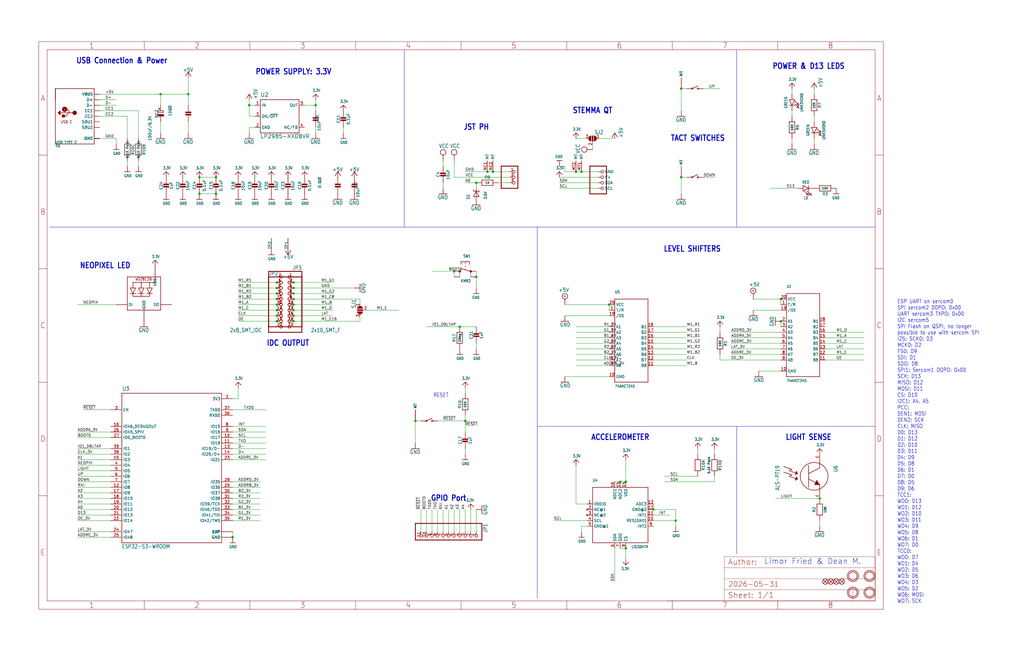
<source format=kicad_sch>
(kicad_sch (version 20230121) (generator eeschema)
  (paper "User" 469.621 298.602)
  (junction (at 99.06 81.28))
  (junction (at 190.5 193.04))
  (junction (at 91.44 88.9))
  (junction (at 299.72 233.68))
  (junction (at 91.44 81.28))
  (junction (at 312.42 40.64))
  (junction (at 127 144.78))
  (junction (at 134.62 129.54))
  (junction (at 127 147.32))
  (junction (at 134.62 132.08))
  (junction (at 213.36 193.04))
  (junction (at 309.88 238.76))
  (junction (at 134.62 139.7))
  (junction (at 312.42 81.28))
  (junction (at 266.7 78.74))
  (junction (at 127 137.16))
  (junction (at 99.06 88.9))
  (junction (at 358.14 147.32))
  (junction (at 106.68 246.38))
  (junction (at 127 132.08))
  (junction (at 375.92 228.6))
  (junction (at 284.48 220.98))
  (junction (at 134.62 147.32))
  (junction (at 127 129.54))
  (junction (at 127 139.7))
  (junction (at 134.62 142.24))
  (junction (at 287.02 220.98))
  (junction (at 144.78 48.26))
  (junction (at 223.52 78.74))
  (junction (at 279.4 139.7))
  (junction (at 358.14 137.16))
  (junction (at 114.3 48.26))
  (junction (at 86.36 43.18))
  (junction (at 127 142.24))
  (junction (at 127 134.62))
  (junction (at 218.44 127))
  (junction (at 134.62 144.78))
  (junction (at 287.02 251.46))
  (junction (at 73.66 43.18))
  (junction (at 264.16 78.74))
  (junction (at 134.62 137.16))
  (junction (at 218.44 83.82))
  (junction (at 208.28 124.46))
  (junction (at 134.62 134.62))
  (junction (at 210.82 149.86))
  (junction (at 226.06 78.74))
  (wire (pts (xy 152.4 144.78) (xy 134.62 144.78)) (stroke (width 0.1524)))
  (wire (pts (xy 50.8 236.22) (xy 35.56 236.22)) (stroke (width 0.1524)))
  (wire (pts (xy 215.9 243.84) (xy 215.9 233.68)) (stroke (width 0.1524)))
  (wire (pts (xy 157.48 60.96) (xy 157.48 58.42)) (stroke (width 0.1524)))
  (wire (pts (xy 45.72 50.8) (xy 63.5 50.8)) (stroke (width 0.1524)))
  (wire (pts (xy 312.42 40.64) (xy 312.42 50.8)) (stroke (width 0.1524)))
  (wire (pts (xy 358.14 147.32) (xy 358.14 149.86)) (stroke (width 0.1524)))
  (polyline (pts (xy 246.38 274.32) (xy 246.38 195.58)) (stroke (width 0.1524) (type solid)))
  (wire (pts (xy 375.92 238.76) (xy 375.92 241.3)) (stroke (width 0.1524)))
  (wire (pts (xy 233.68 78.74) (xy 226.06 78.74)) (stroke (width 0.1524)))
  (wire (pts (xy 287.02 251.46) (xy 287.02 256.54)) (stroke (width 0.1524)))
  (wire (pts (xy 322.58 40.64) (xy 330.2 40.64)) (stroke (width 0.1524)))
  (wire (pts (xy 218.44 149.86) (xy 210.82 149.86)) (stroke (width 0.1524)))
  (wire (pts (xy 259.08 172.72) (xy 279.4 172.72)) (stroke (width 0.1524)))
  (wire (pts (xy 144.78 45.72) (xy 144.78 48.26)) (stroke (width 0.1524)))
  (wire (pts (xy 279.4 142.24) (xy 279.4 139.7)) (stroke (width 0.1524)))
  (wire (pts (xy 218.44 243.84) (xy 218.44 233.68)) (stroke (width 0.1524)))
  (wire (pts (xy 218.44 160.02) (xy 218.44 157.48)) (stroke (width 0.1524)))
  (wire (pts (xy 119.38 233.68) (xy 106.68 233.68)) (stroke (width 0.1524)))
  (wire (pts (xy 210.82 149.86) (xy 195.58 149.86)) (stroke (width 0.1524)))
  (wire (pts (xy 50.8 220.98) (xy 35.56 220.98)) (stroke (width 0.1524)))
  (wire (pts (xy 358.14 152.4) (xy 335.28 152.4)) (stroke (width 0.1524)))
  (wire (pts (xy 106.68 195.58) (xy 121.92 195.58)) (stroke (width 0.1524)))
  (wire (pts (xy 208.28 81.28) (xy 233.68 81.28)) (stroke (width 0.1524)))
  (wire (pts (xy 200.66 233.68) (xy 200.66 243.84)) (stroke (width 0.1524)))
  (wire (pts (xy 106.68 236.22) (xy 119.38 236.22)) (stroke (width 0.1524)))
  (wire (pts (xy 396.24 154.94) (xy 378.46 154.94)) (stroke (width 0.1524)))
  (wire (pts (xy 358.14 165.1) (xy 330.2 165.1)) (stroke (width 0.1524)))
  (wire (pts (xy 106.68 238.76) (xy 119.38 238.76)) (stroke (width 0.1524)))
  (wire (pts (xy 203.2 76.2) (xy 203.2 73.66)) (stroke (width 0.1524)))
  (wire (pts (xy 134.62 137.16) (xy 165.1 137.16)) (stroke (width 0.1524)))
  (wire (pts (xy 86.36 43.18) (xy 86.36 35.56)) (stroke (width 0.1524)))
  (wire (pts (xy 345.44 142.24) (xy 358.14 142.24)) (stroke (width 0.1524)))
  (wire (pts (xy 274.32 78.74) (xy 266.7 78.74)) (stroke (width 0.1524)))
  (wire (pts (xy 106.68 198.12) (xy 121.92 198.12)) (stroke (width 0.1524)))
  (wire (pts (xy 264.16 78.74) (xy 259.08 78.74)) (stroke (width 0.1524)))
  (wire (pts (xy 127 134.62) (xy 109.22 134.62)) (stroke (width 0.1524)))
  (wire (pts (xy 73.66 43.18) (xy 86.36 43.18)) (stroke (width 0.1524)))
  (wire (pts (xy 114.3 58.42) (xy 114.3 60.96)) (stroke (width 0.1524)))
  (wire (pts (xy 226.06 78.74) (xy 223.52 78.74)) (stroke (width 0.1524)))
  (wire (pts (xy 208.28 81.28) (xy 208.28 73.66)) (stroke (width 0.1524)))
  (wire (pts (xy 284.48 220.98) (xy 287.02 220.98)) (stroke (width 0.1524)))
  (wire (pts (xy 269.24 238.76) (xy 254 238.76)) (stroke (width 0.1524)))
  (wire (pts (xy 314.96 40.64) (xy 312.42 40.64)) (stroke (width 0.1524)))
  (wire (pts (xy 299.72 238.76) (xy 309.88 238.76)) (stroke (width 0.1524)))
  (wire (pts (xy 134.62 147.32) (xy 165.1 147.32)) (stroke (width 0.1524)))
  (wire (pts (xy 45.72 43.18) (xy 73.66 43.18)) (stroke (width 0.1524)))
  (wire (pts (xy 165.1 144.78) (xy 165.1 147.32)) (stroke (width 0.1524)))
  (wire (pts (xy 50.8 226.06) (xy 35.56 226.06)) (stroke (width 0.1524)))
  (wire (pts (xy 106.68 203.2) (xy 121.92 203.2)) (stroke (width 0.1524)))
  (polyline (pts (xy 337.82 104.14) (xy 246.38 104.14)) (stroke (width 0.1524) (type solid)))
  (wire (pts (xy 63.5 76.2) (xy 63.5 73.66)) (stroke (width 0.1524)))
  (wire (pts (xy 106.68 226.06) (xy 119.38 226.06)) (stroke (width 0.1524)))
  (wire (pts (xy 358.14 139.7) (xy 358.14 137.16)) (stroke (width 0.1524)))
  (wire (pts (xy 106.68 228.6) (xy 119.38 228.6)) (stroke (width 0.1524)))
  (wire (pts (xy 53.34 63.5) (xy 53.34 66.04)) (stroke (width 0.1524)))
  (wire (pts (xy 274.32 83.82) (xy 256.54 83.82)) (stroke (width 0.1524)))
  (wire (pts (xy 50.8 210.82) (xy 35.56 210.82)) (stroke (width 0.1524)))
  (wire (pts (xy 259.08 139.7) (xy 279.4 139.7)) (stroke (width 0.1524)))
  (wire (pts (xy 50.8 223.52) (xy 35.56 223.52)) (stroke (width 0.1524)))
  (wire (pts (xy 203.2 86.36) (xy 203.2 83.82)) (stroke (width 0.1524)))
  (polyline (pts (xy 337.82 195.58) (xy 337.82 254)) (stroke (width 0.1524) (type solid)))
  (wire (pts (xy 279.4 167.64) (xy 264.16 167.64)) (stroke (width 0.1524)))
  (wire (pts (xy 152.4 139.7) (xy 134.62 139.7)) (stroke (width 0.1524)))
  (wire (pts (xy 35.56 213.36) (xy 50.8 213.36)) (stroke (width 0.1524)))
  (wire (pts (xy 106.68 210.82) (xy 121.92 210.82)) (stroke (width 0.1524)))
  (wire (pts (xy 322.58 81.28) (xy 327.66 81.28)) (stroke (width 0.1524)))
  (wire (pts (xy 299.72 231.14) (xy 299.72 233.68)) (stroke (width 0.1524)))
  (wire (pts (xy 378.46 152.4) (xy 396.24 152.4)) (stroke (width 0.1524)))
  (wire (pts (xy 347.98 170.18) (xy 358.14 170.18)) (stroke (width 0.1524)))
  (wire (pts (xy 266.7 78.74) (xy 264.16 78.74)) (stroke (width 0.1524)))
  (wire (pts (xy 314.96 81.28) (xy 312.42 81.28)) (stroke (width 0.1524)))
  (wire (pts (xy 50.8 187.96) (xy 38.1 187.96)) (stroke (width 0.1524)))
  (wire (pts (xy 309.88 238.76) (xy 309.88 241.3)) (stroke (width 0.1524)))
  (wire (pts (xy 45.72 53.34) (xy 58.42 53.34)) (stroke (width 0.1524)))
  (wire (pts (xy 50.8 215.9) (xy 35.56 215.9)) (stroke (width 0.1524)))
  (polyline (pts (xy 246.38 195.58) (xy 246.38 104.14)) (stroke (width 0.1524) (type solid)))
  (wire (pts (xy 279.4 157.48) (xy 264.16 157.48)) (stroke (width 0.1524)))
  (wire (pts (xy 269.24 63.5) (xy 264.16 63.5)) (stroke (width 0.1524)))
  (wire (pts (xy 218.44 86.36) (xy 218.44 83.82)) (stroke (width 0.1524)))
  (wire (pts (xy 264.16 152.4) (xy 279.4 152.4)) (stroke (width 0.1524)))
  (wire (pts (xy 373.38 55.88) (xy 373.38 53.34)) (stroke (width 0.1524)))
  (wire (pts (xy 223.52 78.74) (xy 213.36 78.74)) (stroke (width 0.1524)))
  (wire (pts (xy 127 139.7) (xy 109.22 139.7)) (stroke (width 0.1524)))
  (wire (pts (xy 58.42 73.66) (xy 58.42 76.2)) (stroke (width 0.1524)))
  (wire (pts (xy 106.68 187.96) (xy 121.92 187.96)) (stroke (width 0.1524)))
  (wire (pts (xy 144.78 58.42) (xy 144.78 60.96)) (stroke (width 0.1524)))
  (wire (pts (xy 116.84 58.42) (xy 114.3 58.42)) (stroke (width 0.1524)))
  (wire (pts (xy 279.4 160.02) (xy 264.16 160.02)) (stroke (width 0.1524)))
  (wire (pts (xy 134.62 132.08) (xy 162.56 132.08)) (stroke (width 0.1524)))
  (wire (pts (xy 144.78 48.26) (xy 144.78 50.8)) (stroke (width 0.1524)))
  (wire (pts (xy 114.3 48.26) (xy 116.84 48.26)) (stroke (width 0.1524)))
  (wire (pts (xy 106.68 200.66) (xy 121.92 200.66)) (stroke (width 0.1524)))
  (wire (pts (xy 378.46 162.56) (xy 396.24 162.56)) (stroke (width 0.1524)))
  (wire (pts (xy 50.8 198.12) (xy 35.56 198.12)) (stroke (width 0.1524)))
  (wire (pts (xy 218.44 83.82) (xy 213.36 83.82)) (stroke (width 0.1524)))
  (wire (pts (xy 345.44 137.16) (xy 358.14 137.16)) (stroke (width 0.1524)))
  (wire (pts (xy 109.22 132.08) (xy 127 132.08)) (stroke (width 0.1524)))
  (polyline (pts (xy 246.38 104.14) (xy 185.42 104.14)) (stroke (width 0.1524) (type solid)))
  (wire (pts (xy 396.24 160.02) (xy 378.46 160.02)) (stroke (width 0.1524)))
  (wire (pts (xy 205.74 243.84) (xy 205.74 233.68)) (stroke (width 0.1524)))
  (wire (pts (xy 213.36 177.8) (xy 213.36 180.34)) (stroke (width 0.1524)))
  (wire (pts (xy 330.2 165.1) (xy 330.2 162.56)) (stroke (width 0.1524)))
  (wire (pts (xy 50.8 208.28) (xy 35.56 208.28)) (stroke (width 0.1524)))
  (wire (pts (xy 269.24 231.14) (xy 264.16 231.14)) (stroke (width 0.1524)))
  (wire (pts (xy 45.72 45.72) (xy 53.34 45.72)) (stroke (width 0.1524)))
  (wire (pts (xy 373.38 43.18) (xy 373.38 40.64)) (stroke (width 0.1524)))
  (wire (pts (xy 190.5 193.04) (xy 190.5 203.2)) (stroke (width 0.1524)))
  (wire (pts (xy 274.32 63.5) (xy 281.94 63.5)) (stroke (width 0.1524)))
  (wire (pts (xy 213.36 243.84) (xy 213.36 233.68)) (stroke (width 0.1524)))
  (wire (pts (xy 335.28 157.48) (xy 358.14 157.48)) (stroke (width 0.1524)))
  (wire (pts (xy 213.36 193.04) (xy 213.36 190.5)) (stroke (width 0.1524)))
  (wire (pts (xy 259.08 78.74) (xy 259.08 76.2)) (stroke (width 0.1524)))
  (wire (pts (xy 299.72 165.1) (xy 314.96 165.1)) (stroke (width 0.1524)))
  (polyline (pts (xy 337.82 195.58) (xy 246.38 195.58)) (stroke (width 0.1524) (type solid)))
  (wire (pts (xy 99.06 81.28) (xy 91.44 81.28)) (stroke (width 0.1524)))
  (wire (pts (xy 327.66 205.74) (xy 327.66 208.28)) (stroke (width 0.1524)))
  (wire (pts (xy 320.04 208.28) (xy 320.04 205.74)) (stroke (width 0.1524)))
  (polyline (pts (xy 22.86 104.14) (xy 185.42 104.14)) (stroke (width 0.1524) (type solid)))
  (wire (pts (xy 116.84 53.34) (xy 114.3 53.34)) (stroke (width 0.1524)))
  (wire (pts (xy 266.7 241.3) (xy 266.7 243.84)) (stroke (width 0.1524)))
  (wire (pts (xy 106.68 208.28) (xy 121.92 208.28)) (stroke (width 0.1524)))
  (wire (pts (xy 314.96 154.94) (xy 299.72 154.94)) (stroke (width 0.1524)))
  (wire (pts (xy 193.04 243.84) (xy 193.04 233.68)) (stroke (width 0.1524)))
  (wire (pts (xy 363.22 63.5) (xy 363.22 66.04)) (stroke (width 0.1524)))
  (wire (pts (xy 358.14 154.94) (xy 335.28 154.94)) (stroke (width 0.1524)))
  (wire (pts (xy 50.8 218.44) (xy 35.56 218.44)) (stroke (width 0.1524)))
  (wire (pts (xy 86.36 55.88) (xy 86.36 60.96)) (stroke (width 0.1524)))
  (wire (pts (xy 58.42 53.34) (xy 58.42 63.5)) (stroke (width 0.1524)))
  (wire (pts (xy 50.8 205.74) (xy 35.56 205.74)) (stroke (width 0.1524)))
  (wire (pts (xy 106.68 223.52) (xy 119.38 223.52)) (stroke (width 0.1524)))
  (wire (pts (xy 208.28 243.84) (xy 208.28 233.68)) (stroke (width 0.1524)))
  (wire (pts (xy 109.22 147.32) (xy 127 147.32)) (stroke (width 0.1524)))
  (wire (pts (xy 208.28 124.46) (xy 198.12 124.46)) (stroke (width 0.1524)))
  (wire (pts (xy 218.44 127) (xy 218.44 132.08)) (stroke (width 0.1524)))
  (wire (pts (xy 114.3 53.34) (xy 114.3 48.26)) (stroke (width 0.1524)))
  (polyline (pts (xy 337.82 104.14) (xy 401.32 104.14)) (stroke (width 0.1524) (type solid)))
  (wire (pts (xy 271.78 68.58) (xy 271.78 66.04)) (stroke (width 0.1524)))
  (wire (pts (xy 53.34 139.7) (xy 35.56 139.7)) (stroke (width 0.1524)))
  (wire (pts (xy 165.1 137.16) (xy 165.1 139.7)) (stroke (width 0.1524)))
  (wire (pts (xy 233.68 83.82) (xy 228.6 83.82)) (stroke (width 0.1524)))
  (wire (pts (xy 299.72 236.22) (xy 307.34 236.22)) (stroke (width 0.1524)))
  (wire (pts (xy 264.16 231.14) (xy 264.16 213.36)) (stroke (width 0.1524)))
  (wire (pts (xy 50.8 246.38) (xy 35.56 246.38)) (stroke (width 0.1524)))
  (wire (pts (xy 50.8 243.84) (xy 35.56 243.84)) (stroke (width 0.1524)))
  (wire (pts (xy 279.4 149.86) (xy 264.16 149.86)) (stroke (width 0.1524)))
  (wire (pts (xy 299.72 233.68) (xy 309.88 233.68)) (stroke (width 0.1524)))
  (wire (pts (xy 378.46 157.48) (xy 396.24 157.48)) (stroke (width 0.1524)))
  (wire (pts (xy 134.62 142.24) (xy 152.4 142.24)) (stroke (width 0.1524)))
  (wire (pts (xy 353.06 86.36) (xy 365.76 86.36)) (stroke (width 0.1524)))
  (wire (pts (xy 378.46 165.1) (xy 396.24 165.1)) (stroke (width 0.1524)))
  (wire (pts (xy 256.54 81.28) (xy 274.32 81.28)) (stroke (width 0.1524)))
  (wire (pts (xy 314.96 152.4) (xy 299.72 152.4)) (stroke (width 0.1524)))
  (wire (pts (xy 109.22 137.16) (xy 127 137.16)) (stroke (width 0.1524)))
  (wire (pts (xy 264.16 162.56) (xy 279.4 162.56)) (stroke (width 0.1524)))
  (wire (pts (xy 139.7 48.26) (xy 144.78 48.26)) (stroke (width 0.1524)))
  (wire (pts (xy 198.12 243.84) (xy 198.12 233.68)) (stroke (width 0.1524)))
  (polyline (pts (xy 401.32 195.58) (xy 337.82 195.58)) (stroke (width 0.1524) (type solid)))
  (wire (pts (xy 309.88 233.68) (xy 309.88 238.76)) (stroke (width 0.1524)))
  (wire (pts (xy 119.38 231.14) (xy 106.68 231.14)) (stroke (width 0.1524)))
  (wire (pts (xy 86.36 43.18) (xy 86.36 48.26)) (stroke (width 0.1524)))
  (wire (pts (xy 314.96 167.64) (xy 299.72 167.64)) (stroke (width 0.1524)))
  (wire (pts (xy 287.02 220.98) (xy 287.02 210.82)) (stroke (width 0.1524)))
  (wire (pts (xy 299.72 149.86) (xy 314.96 149.86)) (stroke (width 0.1524)))
  (wire (pts (xy 73.66 55.88) (xy 73.66 60.96)) (stroke (width 0.1524)))
  (wire (pts (xy 213.36 208.28) (xy 213.36 205.74)) (stroke (width 0.1524)))
  (wire (pts (xy 314.96 162.56) (xy 299.72 162.56)) (stroke (width 0.1524)))
  (wire (pts (xy 53.34 63.5) (xy 45.72 63.5)) (stroke (width 0.1524)))
  (wire (pts (xy 373.38 66.04) (xy 373.38 63.5)) (stroke (width 0.1524)))
  (wire (pts (xy 63.5 50.8) (xy 63.5 63.5)) (stroke (width 0.1524)))
  (wire (pts (xy 106.68 205.74) (xy 121.92 205.74)) (stroke (width 0.1524)))
  (wire (pts (xy 330.2 152.4) (xy 330.2 149.86)) (stroke (width 0.1524)))
  (wire (pts (xy 304.8 220.98) (xy 327.66 220.98)) (stroke (width 0.1524)))
  (wire (pts (xy 50.8 231.14) (xy 35.56 231.14)) (stroke (width 0.1524)))
  (wire (pts (xy 50.8 200.66) (xy 35.56 200.66)) (stroke (width 0.1524)))
  (wire (pts (xy 91.44 88.9) (xy 99.06 88.9)) (stroke (width 0.1524)))
  (wire (pts (xy 195.58 233.68) (xy 195.58 243.84)) (stroke (width 0.1524)))
  (polyline (pts (xy 337.82 22.86) (xy 337.82 104.14)) (stroke (width 0.1524) (type solid)))
  (wire (pts (xy 259.08 76.2) (xy 256.54 76.2)) (stroke (width 0.1524)))
  (wire (pts (xy 256.54 86.36) (xy 274.32 86.36)) (stroke (width 0.1524)))
  (wire (pts (xy 284.48 251.46) (xy 287.02 251.46)) (stroke (width 0.1524)))
  (wire (pts (xy 312.42 81.28) (xy 312.42 88.9)) (stroke (width 0.1524)))
  (wire (pts (xy 73.66 43.18) (xy 73.66 48.26)) (stroke (width 0.1524)))
  (wire (pts (xy 363.22 40.64) (xy 363.22 43.18)) (stroke (width 0.1524)))
  (wire (pts (xy 281.94 251.46) (xy 281.94 266.7)) (stroke (width 0.1524)))
  (wire (pts (xy 114.3 45.72) (xy 114.3 48.26)) (stroke (width 0.1524)))
  (wire (pts (xy 304.8 218.44) (xy 320.04 218.44)) (stroke (width 0.1524)))
  (wire (pts (xy 269.24 241.3) (xy 266.7 241.3)) (stroke (width 0.1524)))
  (wire (pts (xy 152.4 129.54) (xy 134.62 129.54)) (stroke (width 0.1524)))
  (wire (pts (xy 106.68 182.88) (xy 109.22 182.88)) (stroke (width 0.1524)))
  (wire (pts (xy 35.56 233.68) (xy 50.8 233.68)) (stroke (width 0.1524)))
  (wire (pts (xy 50.8 238.76) (xy 35.56 238.76)) (stroke (width 0.1524)))
  (wire (pts (xy 127 129.54) (xy 109.22 129.54)) (stroke (width 0.1524)))
  (wire (pts (xy 109.22 142.24) (xy 127 142.24)) (stroke (width 0.1524)))
  (wire (pts (xy 45.72 48.26) (xy 53.34 48.26)) (stroke (width 0.1524)))
  (wire (pts (xy 109.22 182.88) (xy 109.22 177.8)) (stroke (width 0.1524)))
  (wire (pts (xy 218.44 124.46) (xy 218.44 127)) (stroke (width 0.1524)))
  (wire (pts (xy 279.4 154.94) (xy 264.16 154.94)) (stroke (width 0.1524)))
  (wire (pts (xy 358.14 162.56) (xy 335.28 162.56)) (stroke (width 0.1524)))
  (wire (pts (xy 279.4 165.1) (xy 264.16 165.1)) (stroke (width 0.1524)))
  (wire (pts (xy 299.72 160.02) (xy 314.96 160.02)) (stroke (width 0.1524)))
  (wire (pts (xy 314.96 157.48) (xy 299.72 157.48)) (stroke (width 0.1524)))
  (polyline (pts (xy 185.42 104.14) (xy 185.42 22.86)) (stroke (width 0.1524) (type solid)))
  (wire (pts (xy 106.68 220.98) (xy 119.38 220.98)) (stroke (width 0.1524)))
  (wire (pts (xy 200.66 193.04) (xy 213.36 193.04)) (stroke (width 0.1524)))
  (wire (pts (xy 327.66 220.98) (xy 327.66 218.44)) (stroke (width 0.1524)))
  (wire (pts (xy 127 144.78) (xy 109.22 144.78)) (stroke (width 0.1524)))
  (wire (pts (xy 106.68 243.84) (xy 106.68 246.38)) (stroke (width 0.1524)))
  (wire (pts (xy 259.08 144.78) (xy 279.4 144.78)) (stroke (width 0.1524)))
  (wire (pts (xy 152.4 134.62) (xy 134.62 134.62)) (stroke (width 0.1524)))
  (wire (pts (xy 210.82 243.84) (xy 210.82 233.68)) (stroke (width 0.1524)))
  (wire (pts (xy 167.64 142.24) (xy 182.88 142.24)) (stroke (width 0.1524)))
  (wire (pts (xy 335.28 160.02) (xy 358.14 160.02)) (stroke (width 0.1524)))
  (wire (pts (xy 213.36 198.12) (xy 213.36 193.04)) (stroke (width 0.1524)))
  (wire (pts (xy 190.5 193.04) (xy 193.04 193.04)) (stroke (width 0.1524)))
  (wire (pts (xy 203.2 243.84) (xy 203.2 233.68)) (stroke (width 0.1524)))
  (wire (pts (xy 363.22 53.34) (xy 363.22 50.8)) (stroke (width 0.1524)))
  (wire (pts (xy 375.92 228.6) (xy 355.6 228.6)) (stroke (width 0.1524)))
  (wire (pts (xy 208.28 124.46) (xy 208.28 127)) (stroke (width 0.1524)))
  (wire (pts (xy 281.94 220.98) (xy 284.48 220.98)) (stroke (width 0.1524)))
  (wire (pts (xy 35.56 228.6) (xy 50.8 228.6)) (stroke (width 0.1524)))
  (text "POWER SUPPLY: 3.3V" (at 134.62 33.02 0) (effects (font (size 2.54 2.159) (thickness 0.4318) bold)))
  (text "ACCELEROMETER" (at 284.48 200.66 0) (effects (font (size 2.54 2.159) (thickness 0.4318) bold)))
  (text "JST PH" (at 218.44 58.42 0) (effects (font (size 2.54 2.159) (thickness 0.4318) bold)))
  (text "POWER & D13 LEDS" (at 370.84 30.48 0) (effects (font (size 2.54 2.159) (thickness 0.4318) bold)))
  (text "LIGHT SENSE" (at 370.84 200.66 0) (effects (font (size 2.54 2.159) (thickness 0.4318) bold)))
  (text "RESET" (at 205.74 180.34 0) (effects (font (size 1.778 1.5113)) (justify right top)))
  (text "LEVEL SHIFTERS" (at 317.5 114.3 0) (effects (font (size 2.54 2.159) (thickness 0.4318) bold)))
  (text "USB Connection & Power" (at 55.88 27.94 0) (effects (font (size 2.54 2.159) (thickness 0.4318) bold)))
  (text "GPIO Port" (at 205.74 228.6 0) (effects (font (size 2.54 2.159) (thickness 0.4318) bold)))
  (text "ESP UART on sercom0\nSPI sercom2 DOPO: 0x00\nUART sercom3 TXPO: 0x00\nI2C sercom5\nSPI Flash on QSPI, no longer\npossible to use with sercom SPI\nI2S: SCK0: D3\nMCK0: D2\nFS0: D9\nSDI: D1\nSDO: D8\nSPI1: Sercom1 DOPO: 0x00\nSCK: D13\nMISO: D12\nMOSI: D11\nCS: D10\nI2C1: A4, A5\nPCC:\nDEN1: MOSI\nDEN2: SCK\nCLK: MISO\nD0: D13\nD1: D12\nD2: D10\nD3: D11\nD4: D9\nD5: D8\nD6: D1\nD7: D0\nD8: D5\nD9: D6\nTCC1:\nWO0: D13\nWO1: D12\nWO2: D10\nWO3: D11\nWO4: D9\nWO5: D8\nWO6: D1\nWO7: D0\nTCC0:\nWO0: D7\nWO1: D4\nWO2: D5\nWO3: D6\nWO4: D3\nWO5: D2\nWO6: MOSI\nWO7: SCK\n" (at 411.48 276.86 0) (effects (font (size 1.778 1.5113)) (justify left bottom)))
  (text "Limor Fried & Dean M." (at 350.52 259.08 0) (effects (font (size 2.54 2.54)) (justify left bottom)))
  (text "STEMMA QT" (at 271.78 50.8 0) (effects (font (size 2.54 2.159) (thickness 0.4318) bold)))
  (text "TACT SWITCHES" (at 320.04 63.5 0) (effects (font (size 2.54 2.159) (thickness 0.4318) bold)))
  (text "IDC OUTPUT" (at 132.08 157.48 0) (effects (font (size 2.54 2.159) (thickness 0.4318) bold)))
  (text "NEOPIXEL LED" (at 48.26 121.92 0) (effects (font (size 2.54 2.159) (thickness 0.4318) bold)))
  (label "G2_3V" (at 109.22 231.14 0) (effects (font (size 1.2446 1.2446))))
  (label "CLK_3V" (at 35.56 208.28 0) (effects (font (size 1.2446 1.2446))))
  (label "TXD0" (at 198.12 233.68 90) (effects (font (size 1.2446 1.2446))))
  (label "M1_E16" (at 147.32 147.32 0) (effects (font (size 1.2446 1.2446))))
  (label "SDA" (at 281.94 266.7 90) (effects (font (size 1.2446 1.2446))))
  (label "A4" (at 35.56 231.14 0) (effects (font (size 1.2446 1.2446))))
  (label "ADDRB_3V" (at 276.86 167.64 0) (effects (font (size 1.2446 1.2446))))
  (label "LAT_3V" (at 335.28 160.02 0) (effects (font (size 1.2446 1.2446))))
  (label "M1_R2" (at 314.96 160.02 0) (effects (font (size 1.2446 1.2446))))
  (label "M1_A" (at 109.22 139.7 0) (effects (font (size 1.2446 1.2446))))
  (label "M1_E" (at 383.54 162.56 0) (effects (font (size 1.2446 1.2446))))
  (label "R2_3V" (at 109.22 228.6 0) (effects (font (size 1.2446 1.2446))))
  (label "A1" (at 205.74 233.68 90) (effects (font (size 1.2446 1.2446))))
  (label "M1_D" (at 147.32 142.24 0) (effects (font (size 1.2446 1.2446))))
  (label "B1_3V" (at 109.22 233.68 0) (effects (font (size 1.2446 1.2446))))
  (label "A2" (at 35.56 226.06 0) (effects (font (size 1.2446 1.2446))))
  (label "OE_3V" (at 335.28 165.1 0) (effects (font (size 1.2446 1.2446))))
  (label "BOOT0" (at 195.58 233.68 90) (effects (font (size 1.2446 1.2446))))
  (label "M1_B" (at 147.32 139.7 0) (effects (font (size 1.2446 1.2446))))
  (label "R1_3V" (at 276.86 149.86 0) (effects (font (size 1.2446 1.2446))))
  (label "M1_E" (at 172.72 142.24 0) (effects (font (size 1.2446 1.2446))))
  (label "B2_3V" (at 276.86 162.56 0) (effects (font (size 1.2446 1.2446))))
  (label "M1_B" (at 314.96 167.64 0) (effects (font (size 1.2446 1.2446))))
  (label "A1" (at 35.56 210.82 0) (effects (font (size 1.2446 1.2446))))
  (label "INT" (at 302.26 236.22 0) (effects (font (size 1.2446 1.2446))))
  (label "ADDRA_3V" (at 335.28 154.94 0) (effects (font (size 1.2446 1.2446))))
  (label "SCL" (at 307.34 218.44 0) (effects (font (size 1.2446 1.2446))))
  (label "RXI" (at 203.2 233.68 90) (effects (font (size 1.2446 1.2446))))
  (label "G1_3V" (at 109.22 236.22 0) (effects (font (size 1.2446 1.2446))))
  (label "VCC" (at 213.36 81.28 0) (effects (font (size 1.2446 1.2446))))
  (label "R2_3V" (at 276.86 160.02 0) (effects (font (size 1.2446 1.2446))))
  (label "LAT" (at 383.54 160.02 0) (effects (font (size 1.2446 1.2446))))
  (label "M1_R1" (at 109.22 129.54 0) (effects (font (size 1.2446 1.2446))))
  (label "A0" (at 35.56 233.68 0) (effects (font (size 1.2446 1.2446))))
  (label "NEOPIX" (at 38.1 139.7 0) (effects (font (size 1.2446 1.2446))))
  (label "UP" (at 325.12 40.64 0) (effects (font (size 1.2446 1.2446))))
  (label "M1_B1" (at 314.96 154.94 0) (effects (font (size 1.2446 1.2446))))
  (label "M1_G1" (at 314.96 152.4 0) (effects (font (size 1.2446 1.2446))))
  (label "LAT_3V" (at 35.56 243.84 0) (effects (font (size 1.2446 1.2446))))
  (label "GND" (at 48.26 63.5 0) (effects (font (size 1.2446 1.2446))))
  (label "LIGHT" (at 358.14 228.6 0) (effects (font (size 1.2446 1.2446))))
  (label "OE" (at 109.22 147.32 0) (effects (font (size 1.2446 1.2446))))
  (label "~{RESET}" (at 38.1 187.96 0) (effects (font (size 1.2446 1.2446))))
  (label "CLK" (at 109.22 144.78 0) (effects (font (size 1.2446 1.2446))))
  (label "G2_3V" (at 276.86 157.48 0) (effects (font (size 1.2446 1.2446))))
  (label "DOWN" (at 35.56 220.98 0) (effects (font (size 1.2446 1.2446))))
  (label "M1_G2" (at 147.32 134.62 0) (effects (font (size 1.2446 1.2446))))
  (label "CC2" (at 48.26 53.34 0) (effects (font (size 1.2446 1.2446))))
  (label "ADDRD_3V" (at 335.28 152.4 0) (effects (font (size 1.2446 1.2446))))
  (label "SDA" (at 307.34 220.98 0) (effects (font (size 1.2446 1.2446))))
  (label "ADDRB_3V" (at 109.22 223.52 0) (effects (font (size 1.2446 1.2446))))
  (label "A2" (at 208.28 233.68 90) (effects (font (size 1.2446 1.2446))))
  (label "LAT" (at 147.32 144.78 0) (effects (font (size 1.2446 1.2446))))
  (label "IO1_DBLTAP" (at 198.12 149.86 0) (effects (font (size 1.2446 1.2446))))
  (label "ADDRE_3V" (at 335.28 162.56 0) (effects (font (size 1.2446 1.2446))))
  (label "ADDRC_3V" (at 335.28 157.48 0) (effects (font (size 1.2446 1.2446))))
  (label "ADDRA_3V" (at 35.56 198.12 0) (effects (font (size 1.2446 1.2446))))
  (label "IO1_DBLTAP" (at 35.56 205.74 0) (effects (font (size 1.2446 1.2446))))
  (label "OE" (at 383.54 165.1 0) (effects (font (size 1.2446 1.2446))))
  (label "D13" (at 360.68 86.36 0) (effects (font (size 1.2446 1.2446))))
  (label "SDA" (at 109.22 198.12 0) (effects (font (size 1.2446 1.2446))))
  (label "G1_3V" (at 276.86 152.4 0) (effects (font (size 1.2446 1.2446))))
  (label "M1_C" (at 383.54 157.48 0) (effects (font (size 1.2446 1.2446))))
  (label "B2_3V" (at 109.22 226.06 0) (effects (font (size 1.2446 1.2446))))
  (label "A0" (at 213.36 83.82 0) (effects (font (size 1.2446 1.2446))))
  (label "LIGHT" (at 35.56 215.9 0) (effects (font (size 1.2446 1.2446))))
  (label "CLK_3V" (at 276.86 165.1 0) (effects (font (size 1.2446 1.2446))))
  (label "SCL" (at 256.54 86.36 0) (effects (font (size 1.2446 1.2446))))
  (label "+5V" (at 48.26 43.18 0) (effects (font (size 1.2446 1.2446))))
  (label "UP" (at 35.56 218.44 0) (effects (font (size 1.2446 1.2446))))
  (label "CLK" (at 314.96 165.1 0) (effects (font (size 1.2446 1.2446))))
  (label "ADDRD_3V" (at 109.22 220.98 0) (effects (font (size 1.2446 1.2446))))
  (label "OE_3V" (at 35.56 238.76 0) (effects (font (size 1.2446 1.2446))))
  (label "D+" (at 109.22 208.28 0) (effects (font (size 1.2446 1.2446))))
  (label "D-" (at 48.26 48.26 0) (effects (font (size 1.2446 1.2446))))
  (label "ADDRE_3V" (at 109.22 210.82 0) (effects (font (size 1.2446 1.2446))))
  (label "D13" (at 35.56 236.22 0) (effects (font (size 1.2446 1.2446))))
  (label "M1_B2" (at 109.22 137.16 0) (effects (font (size 1.2446 1.2446))))
  (label "TXD0" (at 111.76 187.96 0) (effects (font (size 1.2446 1.2446))))
  (label "M1_G2" (at 314.96 157.48 0) (effects (font (size 1.2446 1.2446))))
  (label "GND" (at 213.36 78.74 0) (effects (font (size 1.2446 1.2446))))
  (label "M1_B1" (at 109.22 132.08 0) (effects (font (size 1.2446 1.2446))))
  (label "M1_R2" (at 109.22 134.62 0) (effects (font (size 1.2446 1.2446))))
  (label "SDA" (at 256.54 83.82 0) (effects (font (size 1.2446 1.2446))))
  (label "M1_G1" (at 147.32 129.54 0) (effects (font (size 1.2446 1.2446))))
  (label "SCL" (at 109.22 200.66 0) (effects (font (size 1.2446 1.2446))))
  (label "D-" (at 109.22 205.74 0) (effects (font (size 1.2446 1.2446))))
  (label "BOOT0" (at 205.74 124.46 0) (effects (font (size 1.2446 1.2446))))
  (label "RXI" (at 35.56 223.52 0) (effects (font (size 1.2446 1.2446))))
  (label "ADDRC_3V" (at 35.56 246.38 0) (effects (font (size 1.2446 1.2446))))
  (label "M1_A" (at 383.54 154.94 0) (effects (font (size 1.2446 1.2446))))
  (label "R1_3V" (at 109.22 238.76 0) (effects (font (size 1.2446 1.2446))))
  (label "TXO" (at 109.22 203.2 0) (effects (font (size 1.2446 1.2446))))
  (label "A4" (at 213.36 233.68 90) (effects (font (size 1.2446 1.2446))))
  (label "D+" (at 48.26 45.72 0) (effects (font (size 1.2446 1.2446))))
  (label "DOWN" (at 322.58 81.28 0) (effects (font (size 1.2446 1.2446))))
  (label "~{RESET}" (at 213.36 195.58 0) (effects (font (size 1.2446 1.2446))))
  (label "GND" (at 147.32 132.08 0) (effects (font (size 1.2446 1.2446))))
  (label "M1_E8" (at 147.32 137.16 0) (effects (font (size 1.2446 1.2446))))
  (label "BOOT0" (at 35.56 200.66 0) (effects (font (size 1.2446 1.2446))))
  (label "M1_R1" (at 314.96 149.86 0) (effects (font (size 1.2446 1.2446))))
  (label "~{RESET}" (at 193.04 233.68 90) (effects (font (size 1.2446 1.2446))))
  (label "M1_D" (at 383.54 152.4 0) (effects (font (size 1.2446 1.2446))))
  (label "~{RESET}" (at 203.2 193.04 0) (effects (font (size 1.2446 1.2446))))
  (label "A3" (at 210.82 233.68 90) (effects (font (size 1.2446 1.2446))))
  (label "NEOPIX" (at 35.56 213.36 0) (effects (font (size 1.2446 1.2446))))
  (label "M1_B2" (at 314.96 162.56 0) (effects (font (size 1.2446 1.2446))))
  (label "TXO" (at 200.66 233.68 90) (effects (font (size 1.2446 1.2446))))
  (label "CC1" (at 48.26 50.8 0) (effects (font (size 1.2446 1.2446))))
  (label "SCL" (at 254 238.76 0) (effects (font (size 1.2446 1.2446))))
  (label "B1_3V" (at 276.86 154.94 0) (effects (font (size 1.2446 1.2446))))
  (label "INT" (at 109.22 195.58 0) (effects (font (size 1.2446 1.2446))))
  (label "A3" (at 35.56 228.6 0) (effects (font (size 1.2446 1.2446))))
  (label "M1_C" (at 109.22 142.24 0) (effects (font (size 1.2446 1.2446))))
  (symbol (lib_id "working-eagle-import:microbuilder_GND") (at 53.34 68.58 0) (unit 1)
    (property "Reference" "#U$68" (effects hide))
    (property "Value" "GND" (at 51.816 71.12 0) (effects (font (size 1.27 1.0795)) (justify left bottom)))
  )
  (symbol (lib_id "working-eagle-import:FIDUCIAL_1MM") (at 381 266.7 0) (unit 1)
    (property "Reference" "FID2" (effects hide))
    (property "Value" "FIDUCIAL_1MM" (effects hide))
    (property "Footprint" "working:FIDUCIAL_1MM" (effects hide))
  )
  (symbol (lib_id "working-eagle-import:PowerTags_+5V") (at 86.36 33.02 0) (unit 1)
    (property "Reference" "#P+8" (effects hide))
    (property "Value" "+5V" (at 83.82 33.02 0) (effects (font (size 1.778 1.5113)) (justify left bottom)))
  )
  (symbol (lib_id "working-eagle-import:3.3V") (at 76.2 78.74 0) (unit 1)
    (property "Reference" "#U$78" (effects hide))
    (property "Value" "3.3V" (at 74.676 77.724 0) (effects (font (size 1.27 1.0795)) (justify left bottom)))
  )
  (symbol (lib_id "working-eagle-import:supply1_GND") (at 345.44 144.78 0) (mirror y) (unit 1)
    (property "Reference" "#GND3" (effects hide))
    (property "Value" "GND" (at 347.98 147.32 0) (effects (font (size 1.778 1.5113)) (justify left bottom)))
  )
  (symbol (lib_id "working-eagle-import:CAP_CERAMIC0603_NO") (at 213.36 203.2 0) (unit 1)
    (property "Reference" "C17" (at 211.07 201.95 90))
    (property "Value" "1uF" (at 215.66 201.95 90))
    (property "Footprint" "working:0603-NO" (effects hide))
  )
  (symbol (lib_id "working-eagle-import:supply2_+5V") (at 345.44 134.62 0) (unit 1)
    (property "Reference" "#SUPPLY3" (effects hide))
    (property "Value" "+5V" (at 343.535 131.445 0) (effects (font (size 1.778 1.5113)) (justify left bottom)))
  )
  (symbol (lib_id "working-eagle-import:CAP_CERAMIC0603_NO") (at 157.48 53.34 0) (mirror x) (unit 1)
    (property "Reference" "C11" (at 155.19 54.59 90))
    (property "Value" "0.1uF" (at 159.78 54.59 90))
    (property "Footprint" "working:0603-NO" (effects hide))
  )
  (symbol (lib_id "working-eagle-import:CAP_CERAMIC0603_NO") (at 218.44 154.94 0) (unit 1)
    (property "Reference" "C21" (at 216.15 153.69 90))
    (property "Value" "1uF" (at 220.74 153.69 90))
    (property "Footprint" "working:0603-NO" (effects hide))
  )
  (symbol (lib_id "working-eagle-import:supply1_GND") (at 203.2 88.9 0) (unit 1)
    (property "Reference" "#GND16" (effects hide))
    (property "Value" "GND" (at 200.66 91.44 0) (effects (font (size 1.778 1.5113)) (justify left bottom)))
  )
  (symbol (lib_id "working-eagle-import:LED0603_NOOUTLINE") (at 370.84 86.36 0) (mirror x) (unit 1)
    (property "Reference" "L0" (at 369.57 90.805 0) (effects (font (size 1.27 1.0795))))
    (property "Value" "RED" (at 369.57 83.566 0) (effects (font (size 1.27 1.0795))))
    (property "Footprint" "working:CHIPLED_0603_NOOUTLINE" (effects hide))
  )
  (symbol (lib_id "working-eagle-import:supply1_GND") (at 355.6 147.32 270) (mirror x) (unit 1)
    (property "Reference" "#GND17" (effects hide))
    (property "Value" "GND" (at 353.06 149.86 0) (effects (font (size 1.778 1.5113)) (justify left bottom)))
  )
  (symbol (lib_id "working-eagle-import:SWITCH_SPST_MNT_TACT_RA") (at 190.5 193.04 90) (unit 2)
    (property "Reference" "RST0" (effects hide))
    (property "Value" "TL3330AF260QG" (effects hide))
    (property "Footprint" "working:SPST_TACTILE_RA" (effects hide))
  )
  (symbol (lib_id "working-eagle-import:RESISTOR_0603_NOOUT") (at 330.2 157.48 270) (unit 1)
    (property "Reference" "R1" (at 332.74 157.48 0))
    (property "Value" "10K" (at 330.2 157.48 0) (effects (font (size 1.016 1.016) bold)))
    (property "Footprint" "working:0603-NO" (effects hide))
  )
  (symbol (lib_id "working-eagle-import:A3L-LOC-MOD") (at 17.78 279.4 0) (unit 1)
    (property "Reference" "#FRAME1" (effects hide))
    (property "Value" "A3L-LOC-MOD" (effects hide))
  )
  (symbol (lib_id "working-eagle-import:3.3V") (at 71.12 119.38 0) (unit 1)
    (property "Reference" "#U$29" (effects hide))
    (property "Value" "3.3V" (at 69.596 118.364 0) (effects (font (size 1.27 1.0795)) (justify left bottom)))
  )
  (symbol (lib_id "working-eagle-import:microbuilder_GND") (at 63.5 78.74 0) (unit 1)
    (property "Reference" "#U$67" (effects hide))
    (property "Value" "GND" (at 61.976 81.28 0) (effects (font (size 1.27 1.0795)) (justify left bottom)))
  )
  (symbol (lib_id "working-eagle-import:SWITCH_TACT_SMT_RKB2") (at 213.36 124.46 0) (mirror y) (unit 1)
    (property "Reference" "SW1" (at 215.9 118.11 0) (effects (font (size 1.27 1.0795)) (justify left bottom)))
    (property "Value" "KMR2" (at 215.9 129.54 0) (effects (font (size 1.27 1.0795)) (justify left bottom)))
    (property "Footprint" "working:BTN_RKB2_4.6X2.8" (effects hide))
  )
  (symbol (lib_id "working-eagle-import:microbuilder_GND") (at 58.42 78.74 0) (unit 1)
    (property "Reference" "#U$8" (effects hide))
    (property "Value" "GND" (at 56.896 81.28 0) (effects (font (size 1.27 1.0795)) (justify left bottom)))
  )
  (symbol (lib_id "working-eagle-import:VCC") (at 203.2 71.12 0) (unit 1)
    (property "Reference" "#SUPPLY2" (effects hide))
    (property "Value" "VCC" (at 201.295 67.945 0) (effects (font (size 1.778 1.5113)) (justify left bottom)))
  )
  (symbol (lib_id "working-eagle-import:SWITCH_SPST_MNT_TACT_RA") (at 312.42 40.64 90) (unit 2)
    (property "Reference" "UP0" (effects hide))
    (property "Value" "TL3330AF260QG" (effects hide))
    (property "Footprint" "working:SPST_TACTILE_RA" (effects hide))
  )
  (symbol (lib_id "working-eagle-import:MOUNTINGHOLE2.5") (at 391.16 271.78 0) (unit 1)
    (property "Reference" "U$14" (effects hide))
    (property "Value" "MOUNTINGHOLE2.5" (effects hide))
    (property "Footprint" "working:MOUNTINGHOLE_2.5_PLATED" (effects hide))
  )
  (symbol (lib_id "working-eagle-import:microbuilder_GND") (at 124.46 116.84 0) (unit 1)
    (property "Reference" "#U$16" (effects hide))
    (property "Value" "GND" (at 122.936 119.38 0) (effects (font (size 1.27 1.0795)) (justify left bottom)))
  )
  (symbol (lib_id "working-eagle-import:microbuilder_GND") (at 218.44 162.56 0) (unit 1)
    (property "Reference" "#U$75" (effects hide))
    (property "Value" "GND" (at 216.916 165.1 0) (effects (font (size 1.27 1.0795)) (justify left bottom)))
  )
  (symbol (lib_id "working-eagle-import:3.3V") (at 99.06 78.74 0) (unit 1)
    (property "Reference" "#U$6" (effects hide))
    (property "Value" "3.3V" (at 97.536 77.724 0) (effects (font (size 1.27 1.0795)) (justify left bottom)))
  )
  (symbol (lib_id "working-eagle-import:CAP_CERAMIC0805-NOOUTLINE") (at 109.22 86.36 0) (unit 1)
    (property "Reference" "C18" (at 106.93 85.11 90))
    (property "Value" "10uF" (at 111.52 85.11 90))
    (property "Footprint" "working:0805-NO" (effects hide))
  )
  (symbol (lib_id "working-eagle-import:CAP_CERAMIC0603_NO") (at 91.44 83.82 0) (mirror x) (unit 1)
    (property "Reference" "C14" (at 89.15 85.07 90))
    (property "Value" "0.1uF" (at 93.74 85.07 90))
    (property "Footprint" "working:0603-NO" (effects hide))
  )
  (symbol (lib_id "working-eagle-import:3.3V") (at 91.44 78.74 0) (unit 1)
    (property "Reference" "#U$3" (effects hide))
    (property "Value" "3.3V" (at 89.916 77.724 0) (effects (font (size 1.27 1.0795)) (justify left bottom)))
  )
  (symbol (lib_id "working-eagle-import:SEWTAP_SMTNUTM3") (at 124.46 114.3 90) (unit 1)
    (property "Reference" "TP2" (at 124.46 114.3 0) (effects (justify left bottom)))
    (property "Value" "SEWTAP_SMTNUTM3" (effects hide))
    (property "Footprint" "working:SMT_NUT_3MM" (effects hide))
  )
  (symbol (lib_id "working-eagle-import:microbuilder_GND") (at 139.7 91.44 0) (unit 1)
    (property "Reference" "#U$7" (effects hide))
    (property "Value" "GND" (at 138.176 93.98 0) (effects (font (size 1.27 1.0795)) (justify left bottom)))
  )
  (symbol (lib_id "working-eagle-import:MOUNTINGHOLE2.5") (at 398.78 271.78 0) (unit 1)
    (property "Reference" "U$19" (effects hide))
    (property "Value" "MOUNTINGHOLE2.5" (effects hide))
    (property "Footprint" "working:MOUNTINGHOLE_2.5_PLATED" (effects hide))
  )
  (symbol (lib_id "working-eagle-import:HEADER-1X11") (at 205.74 246.38 270) (unit 1)
    (property "Reference" "JP1" (at 221.615 240.03 0) (effects (font (size 1.778 1.5113)) (justify left bottom)))
    (property "Value" "HEADER-1X11" (effects hide))
    (property "Footprint" "working:1X11_ROUND" (effects hide))
  )
  (symbol (lib_id "working-eagle-import:RESISTOR_4PACK") (at 58.42 68.58 270) (unit 3)
    (property "Reference" "R10" (at 60.96 68.58 0))
    (property "Value" "5.1K Pack" (at 58.42 68.58 0) (effects (font (size 1.016 1.016) bold)))
    (property "Footprint" "working:RESPACK_4X0603" (effects hide))
  )
  (symbol (lib_id "working-eagle-import:3.3V") (at 83.82 78.74 0) (unit 1)
    (property "Reference" "#U$76" (effects hide))
    (property "Value" "3.3V" (at 82.296 77.724 0) (effects (font (size 1.27 1.0795)) (justify left bottom)))
  )
  (symbol (lib_id "working-eagle-import:RESISTOR_4PACK") (at 327.66 213.36 270) (unit 4)
    (property "Reference" "R10" (at 330.2 213.36 0))
    (property "Value" "5.1K Pack" (at 325.12 213.36 0) (effects (font (size 1.016 1.016) bold)))
    (property "Footprint" "working:RESPACK_4X0603" (effects hide))
  )
  (symbol (lib_id "working-eagle-import:ESP32-S3-WROOM") (at 78.74 213.36 0) (unit 1)
    (property "Reference" "U3" (at 56.0841 179.2255 0) (effects (font (size 1.778 1.5113)) (justify left bottom)))
    (property "Value" "ESP32-S3-WROOM" (at 55.8333 251.5681 0) (effects (font (size 1.778 1.5113)) (justify left bottom)))
    (property "Footprint" "working:S3-WROOM32" (effects hide))
  )
  (symbol (lib_id "working-eagle-import:HEADER-2X10SMT_FEMALE") (at 132.08 137.16 0) (mirror y) (unit 1)
    (property "Reference" "JP3" (at 138.43 123.825 0) (effects (font (size 1.778 1.5113)) (justify left bottom)))
    (property "Value" "2x10_SMT_F" (at 156.21 152.4 0) (effects (font (size 1.778 1.5113)) (justify left bottom)))
    (property "Footprint" "working:2X10_SMT_FEMALE" (effects hide))
  )
  (symbol (lib_id "working-eagle-import:FIDUCIAL_1MM") (at 386.08 266.7 0) (unit 1)
    (property "Reference" "FID4" (effects hide))
    (property "Value" "FIDUCIAL_1MM" (effects hide))
    (property "Footprint" "working:FIDUCIAL_1MM" (effects hide))
  )
  (symbol (lib_id "working-eagle-import:SparkFun-Aesthetics_GND") (at 220.98 233.68 90) (unit 1)
    (property "Reference" "#GND12" (effects hide))
    (property "Value" "GND" (at 223.52 236.22 0) (effects (font (size 1.778 1.5113)) (justify left bottom)))
  )
  (symbol (lib_id "working-eagle-import:microbuilder_GND") (at 91.44 91.44 0) (unit 1)
    (property "Reference" "#U$9" (effects hide))
    (property "Value" "GND" (at 89.916 93.98 0) (effects (font (size 1.27 1.0795)) (justify left bottom)))
  )
  (symbol (lib_id "working-eagle-import:SWITCH_SPST_MNT_TACT_RA") (at 198.12 193.04 0) (unit 1)
    (property "Reference" "RST0" (effects hide))
    (property "Value" "TL3330AF260QG" (effects hide))
    (property "Footprint" "working:SPST_TACTILE_RA" (effects hide))
  )
  (symbol (lib_id "working-eagle-import:CAP_CERAMIC0603_NO") (at 76.2 86.36 0) (unit 1)
    (property "Reference" "C24" (at 73.91 85.11 90))
    (property "Value" "1uF" (at 78.5 85.11 90))
    (property "Footprint" "working:0603-NO" (effects hide))
  )
  (symbol (lib_id "working-eagle-import:STEMMA_I2C_QT") (at 264.16 78.74 90) (unit 3)
    (property "Reference" "CONN1" (effects hide))
    (property "Value" "STEMMA_I2C_QT" (effects hide))
    (property "Footprint" "working:JST_SH4" (effects hide))
  )
  (symbol (lib_id "working-eagle-import:microbuilder_GND") (at 132.08 91.44 0) (unit 1)
    (property "Reference" "#U$80" (effects hide))
    (property "Value" "GND" (at 130.556 93.98 0) (effects (font (size 1.27 1.0795)) (justify left bottom)))
  )
  (symbol (lib_id "working-eagle-import:RESISTOR_0603_NOOUT") (at 363.22 58.42 270) (unit 1)
    (property "Reference" "R6" (at 365.76 58.42 0))
    (property "Value" "10K" (at 363.22 58.42 0) (effects (font (size 1.016 1.016) bold)))
    (property "Footprint" "working:0603-NO" (effects hide))
  )
  (symbol (lib_id "working-eagle-import:SOLDERJUMPER_2WAY") (at 165.1 142.24 270) (unit 1)
    (property "Reference" "SJ1" (at 161.29 137.16 0) (effects (font (size 1.778 1.5113)) (justify left bottom)))
    (property "Value" "SOLDERJUMPER_2WAY" (effects hide))
    (property "Footprint" "working:SOLDERJUMPER_2WAY_OPEN_NOPASTE" (effects hide))
  )
  (symbol (lib_id "working-eagle-import:3.3V") (at 124.46 78.74 0) (unit 1)
    (property "Reference" "#U$34" (effects hide))
    (property "Value" "3.3V" (at 122.936 77.724 0) (effects (font (size 1.27 1.0795)) (justify left bottom)))
  )
  (symbol (lib_id "working-eagle-import:supply1_GND") (at 190.5 205.74 0) (unit 1)
    (property "Reference" "#GND6" (effects hide))
    (property "Value" "GND" (at 187.96 208.28 0) (effects (font (size 1.778 1.5113)) (justify left bottom)))
  )
  (symbol (lib_id "working-eagle-import:supply1_GND") (at 144.78 63.5 0) (unit 1)
    (property "Reference" "#GND21" (effects hide))
    (property "Value" "GND" (at 142.24 66.04 0) (effects (font (size 1.778 1.5113)) (justify left bottom)))
  )
  (symbol (lib_id "working-eagle-import:microbuilder_GND") (at 99.06 91.44 0) (unit 1)
    (property "Reference" "#U$11" (effects hide))
    (property "Value" "GND" (at 97.536 93.98 0) (effects (font (size 1.27 1.0795)) (justify left bottom)))
  )
  (symbol (lib_id "working-eagle-import:3.3V") (at 287.02 259.08 180) (unit 1)
    (property "Reference" "#U$40" (effects hide))
    (property "Value" "3.3V" (at 288.544 260.096 0) (effects (font (size 1.27 1.0795)) (justify left bottom)))
  )
  (symbol (lib_id "working-eagle-import:HEADER-2X8_SHROUDEDSMT") (at 132.08 137.16 0) (unit 1)
    (property "Reference" "JP2" (at 123.19 126.365 0) (effects (font (size 1.778 1.5113)) (justify left bottom)))
    (property "Value" "2x8_SMT_IDC" (at 105.41 152.4 0) (effects (font (size 1.778 1.5113)) (justify left bottom)))
    (property "Footprint" "working:2X08_SHROUDEDSMT" (effects hide))
  )
  (symbol (lib_id "working-eagle-import:supply1_GND") (at 259.08 175.26 0) (mirror y) (unit 1)
    (property "Reference" "#GND5" (effects hide))
    (property "Value" "GND" (at 261.62 177.8 0) (effects (font (size 1.778 1.5113)) (justify left bottom)))
  )
  (symbol (lib_id "working-eagle-import:3.3V") (at 256.54 78.74 0) (unit 1)
    (property "Reference" "#U$4" (effects hide))
    (property "Value" "3.3V" (at 255.016 77.724 0) (effects (font (size 1.27 1.0795)) (justify left bottom)))
  )
  (symbol (lib_id "working-eagle-import:supply1_GND") (at 66.04 149.86 0) (unit 1)
    (property "Reference" "#GND15" (effects hide))
    (property "Value" "GND" (at 63.5 152.4 0) (effects (font (size 1.778 1.5113)) (justify left bottom)))
  )
  (symbol (lib_id "working-eagle-import:CAP_CERAMIC0603_NO") (at 154.94 83.82 180) (unit 1)
    (property "Reference" "C5" (at 147.32 83.82 90) (effects (justify right top)))
    (property "Value" "0.1uF" (at 147.32 86.36 90) (effects (justify right top)))
    (property "Footprint" "working:0603-NO" (effects hide))
  )
  (symbol (lib_id "working-eagle-import:74LCX245_TSSOP20") (at 289.56 157.48 0) (unit 1)
    (property "Reference" "U5" (at 281.94 134.62 0) (effects (font (size 1.27 1.0795)) (justify left bottom)))
    (property "Value" "74AHCT245" (at 281.94 177.8 0) (effects (font (size 1.27 1.0795)) (justify left bottom)))
    (property "Footprint" "working:TSSOP20" (effects hide))
  )
  (symbol (lib_id "working-eagle-import:microbuilder_GND") (at 124.46 91.44 0) (unit 1)
    (property "Reference" "#U$35" (effects hide))
    (property "Value" "GND" (at 122.936 93.98 0) (effects (font (size 1.27 1.0795)) (justify left bottom)))
  )
  (symbol (lib_id "working-eagle-import:microbuilder_GND") (at 210.82 162.56 0) (unit 1)
    (property "Reference" "#U$74" (effects hide))
    (property "Value" "GND" (at 209.296 165.1 0) (effects (font (size 1.27 1.0795)) (justify left bottom)))
  )
  (symbol (lib_id "working-eagle-import:+5V") (at 281.94 60.96 0) (unit 1)
    (property "Reference" "#P+3" (effects hide))
    (property "Value" "+5V" (at 283.845 58.42 90) (effects (font (size 1.778 1.5113)) (justify right top)))
  )
  (symbol (lib_id "working-eagle-import:FIDUCIAL_1MM") (at 378.46 266.7 0) (unit 1)
    (property "Reference" "FID1" (effects hide))
    (property "Value" "FIDUCIAL_1MM" (effects hide))
    (property "Footprint" "working:FIDUCIAL_1MM" (effects hide))
  )
  (symbol (lib_id "working-eagle-import:microbuilder_GND") (at 76.2 91.44 0) (unit 1)
    (property "Reference" "#U$81" (effects hide))
    (property "Value" "GND" (at 74.676 93.98 0) (effects (font (size 1.27 1.0795)) (justify left bottom)))
  )
  (symbol (lib_id "working-eagle-import:3.3V") (at 109.22 78.74 0) (unit 1)
    (property "Reference" "#U$30" (effects hide))
    (property "Value" "3.3V" (at 107.696 77.724 0) (effects (font (size 1.27 1.0795)) (justify left bottom)))
  )
  (symbol (lib_id "working-eagle-import:RESISTOR_0603_NOOUT") (at 373.38 48.26 270) (unit 1)
    (property "Reference" "R7" (at 375.92 48.26 0))
    (property "Value" "10K" (at 373.38 48.26 0) (effects (font (size 1.016 1.016) bold)))
    (property "Footprint" "working:0603-NO" (effects hide))
  )
  (symbol (lib_id "working-eagle-import:CAP_CERAMIC0603_NO") (at 139.7 83.82 0) (mirror x) (unit 1)
    (property "Reference" "C10" (at 137.41 85.07 90))
    (property "Value" "0.1uF" (at 142 85.07 90))
    (property "Footprint" "working:0603-NO" (effects hide))
  )
  (symbol (lib_id "working-eagle-import:3.3V") (at 109.22 175.26 0) (unit 1)
    (property "Reference" "#U$65" (effects hide))
    (property "Value" "3.3V" (at 107.696 174.244 0) (effects (font (size 1.27 1.0795)) (justify left bottom)))
  )
  (symbol (lib_id "working-eagle-import:PHOTOTRANSISTOR_PT19-315C") (at 373.38 218.44 0) (unit 1)
    (property "Reference" "U6" (at 382.27 213.36 90) (effects (font (size 1.778 1.5113)) (justify right top)))
    (property "Value" "ALS-PT19" (at 355.6 213.36 90) (effects (font (size 1.778 1.5113)) (justify right top)))
    (property "Footprint" "working:ALS-PT19-315C" (effects hide))
  )
  (symbol (lib_id "working-eagle-import:3.3V") (at 287.02 208.28 0) (unit 1)
    (property "Reference" "#U$21" (effects hide))
    (property "Value" "3.3V" (at 285.496 207.264 0) (effects (font (size 1.27 1.0795)) (justify left bottom)))
  )
  (symbol (lib_id "working-eagle-import:microbuilder_GND") (at 213.36 210.82 0) (unit 1)
    (property "Reference" "#U$59" (effects hide))
    (property "Value" "GND" (at 211.836 213.36 0) (effects (font (size 1.27 1.0795)) (justify left bottom)))
  )
  (symbol (lib_id "working-eagle-import:3.3V") (at 264.16 60.96 0) (unit 1)
    (property "Reference" "#U$27" (effects hide))
    (property "Value" "3.3V" (at 262.636 59.944 0) (effects (font (size 1.27 1.0795)) (justify left bottom)))
  )
  (symbol (lib_id "working-eagle-import:supply1_GND") (at 375.92 243.84 0) (unit 1)
    (property "Reference" "#GND2" (effects hide))
    (property "Value" "GND" (at 373.38 246.38 0) (effects (font (size 1.778 1.5113)) (justify left bottom)))
  )
  (symbol (lib_id "working-eagle-import:CAP_CERAMIC0805-NOOUTLINE") (at 144.78 53.34 0) (mirror x) (unit 1)
    (property "Reference" "C3" (at 146.177 52.705 90) (effects (justify left bottom)))
    (property "Value" "10uF" (at 147.066 55.245 90) (effects (justify left bottom)))
    (property "Footprint" "working:0805-NO" (effects hide))
  )
  (symbol (lib_id "working-eagle-import:3.3V") (at 132.08 78.74 0) (unit 1)
    (property "Reference" "#U$77" (effects hide))
    (property "Value" "3.3V" (at 130.556 77.724 0) (effects (font (size 1.27 1.0795)) (justify left bottom)))
  )
  (symbol (lib_id "working-eagle-import:3.3V") (at 116.84 78.74 0) (unit 1)
    (property "Reference" "#U$32" (effects hide))
    (property "Value" "3.3V" (at 115.316 77.724 0) (effects (font (size 1.27 1.0795)) (justify left bottom)))
  )
  (symbol (lib_id "working-eagle-import:supply1_GND") (at 312.42 91.44 0) (unit 1)
    (property "Reference" "#GND8" (effects hide))
    (property "Value" "GND" (at 309.88 93.98 0) (effects (font (size 1.778 1.5113)) (justify left bottom)))
  )
  (symbol (lib_id "working-eagle-import:CAP_CERAMIC0805-NOOUTLINE") (at 132.08 86.36 0) (unit 1)
    (property "Reference" "C23" (at 129.79 85.11 90))
    (property "Value" "10uF" (at 134.38 85.11 90))
    (property "Footprint" "working:0805-NO" (effects hide))
  )
  (symbol (lib_id "working-eagle-import:MOUNTINGHOLE2.5") (at 398.78 264.16 0) (unit 1)
    (property "Reference" "U$24" (effects hide))
    (property "Value" "MOUNTINGHOLE2.5" (effects hide))
    (property "Footprint" "working:MOUNTINGHOLE_2.5_PLATED" (effects hide))
  )
  (symbol (lib_id "working-eagle-import:CAP_ELECTROLYTICPANASONIC_D") (at 73.66 53.34 0) (unit 1)
    (property "Reference" "PC2" (at 71.12 50.2666 90) (effects (justify right top)))
    (property "Value" "100uF/6.3V" (at 68.0466 53.086 90) (effects (justify right top)))
    (property "Footprint" "working:PANASONIC_D" (effects hide))
  )
  (symbol (lib_id "working-eagle-import:RESISTOR_4PACK") (at 63.5 68.58 270) (unit 2)
    (property "Reference" "R10" (at 66.04 68.58 0))
    (property "Value" "5.1K Pack" (at 63.5 68.58 0) (effects (font (size 1.016 1.016) bold)))
    (property "Footprint" "working:RESPACK_4X0603" (effects hide))
  )
  (symbol (lib_id "working-eagle-import:74LCX245_TSSOP20") (at 368.3 154.94 0) (unit 1)
    (property "Reference" "U1" (at 360.68 132.08 0) (effects (font (size 1.27 1.0795)) (justify left bottom)))
    (property "Value" "74AHCT245" (at 360.68 175.26 0) (effects (font (size 1.27 1.0795)) (justify left bottom)))
    (property "Footprint" "working:TSSOP20" (effects hide))
  )
  (symbol (lib_id "working-eagle-import:CAP_CERAMIC0805-NOOUTLINE") (at 116.84 86.36 0) (unit 1)
    (property "Reference" "C19" (at 114.55 85.11 90))
    (property "Value" "10uF" (at 119.14 85.11 90))
    (property "Footprint" "working:0805-NO" (effects hide))
  )
  (symbol (lib_id "working-eagle-import:supply1_GND") (at 73.66 63.5 0) (unit 1)
    (property "Reference" "#GND10" (effects hide))
    (property "Value" "GND" (at 71.12 66.04 0) (effects (font (size 1.778 1.5113)) (justify left bottom)))
  )
  (symbol (lib_id "working-eagle-import:ACCEL_LIS3DHTR") (at 284.48 236.22 0) (unit 1)
    (property "Reference" "U4" (at 271.78 220.98 0) (effects (font (size 1.27 1.0795)) (justify left bottom)))
    (property "Value" "LIS3DHTR" (at 289.56 251.46 0) (effects (font (size 1.27 1.0795)) (justify left bottom)))
    (property "Footprint" "working:LGA16_3X3MM" (effects hide))
  )
  (symbol (lib_id "working-eagle-import:SWITCH_SPST_MNT_TACT_RA") (at 312.42 81.28 90) (unit 2)
    (property "Reference" "DOWN0" (effects hide))
    (property "Value" "TL3330AF260QG" (effects hide))
    (property "Footprint" "working:SPST_TACTILE_RA" (effects hide))
  )
  (symbol (lib_id "working-eagle-import:RESISTOR_0603_NOOUT") (at 210.82 154.94 90) (unit 1)
    (property "Reference" "R17" (at 208.28 154.94 0))
    (property "Value" "1Meg" (at 210.82 154.94 0) (effects (font (size 1.016 1.016) bold)))
    (property "Footprint" "working:0603-NO" (effects hide))
  )
  (symbol (lib_id "working-eagle-import:3.3V") (at 213.36 175.26 0) (unit 1)
    (property "Reference" "#U$51" (effects hide))
    (property "Value" "3.3V" (at 211.836 174.244 0) (effects (font (size 1.27 1.0795)) (justify left bottom)))
  )
  (symbol (lib_id "working-eagle-import:LED0603_NOOUTLINE") (at 373.38 60.96 270) (unit 1)
    (property "Reference" "UNK5VON0" (at 377.825 59.69 0) (effects (font (size 1.27 1.0795))))
    (property "Value" "GREEN" (at 370.586 59.69 0) (effects (font (size 1.27 1.0795))))
    (property "Footprint" "working:CHIPLED_0603_NOOUTLINE" (effects hide))
  )
  (symbol (lib_id "working-eagle-import:CAP_CERAMIC0805-NOOUTLINE") (at 86.36 50.8 180) (unit 1)
    (property "Reference" "C2" (at 78.74 50.8 90) (effects (justify right top)))
    (property "Value" "10uF" (at 78.74 53.34 90) (effects (justify right top)))
    (property "Footprint" "working:0805-NO" (effects hide))
  )
  (symbol (lib_id "working-eagle-import:microbuilder_GND") (at 266.7 246.38 0) (unit 1)
    (property "Reference" "#U$18" (effects hide))
    (property "Value" "GND" (at 265.176 248.92 0) (effects (font (size 1.27 1.0795)) (justify left bottom)))
  )
  (symbol (lib_id "working-eagle-import:RESISTOR_0603_NOOUT") (at 375.92 233.68 90) (mirror x) (unit 1)
    (property "Reference" "R2" (at 373.38 233.68 0))
    (property "Value" "10K" (at 378.46 233.68 0) (effects (font (size 1.016 1.016) bold)))
    (property "Footprint" "working:0603-NO" (effects hide))
  )
  (symbol (lib_id "working-eagle-import:supply1_GND") (at 347.98 172.72 0) (mirror y) (unit 1)
    (property "Reference" "#GND11" (effects hide))
    (property "Value" "GND" (at 350.52 175.26 0) (effects (font (size 1.778 1.5113)) (justify left bottom)))
  )
  (symbol (lib_id "working-eagle-import:3.3V") (at 375.92 205.74 0) (unit 1)
    (property "Reference" "#U$15" (effects hide))
    (property "Value" "3.3V" (at 374.396 204.724 0) (effects (font (size 1.27 1.0795)) (justify left bottom)))
  )
  (symbol (lib_id "working-eagle-import:supply1_GND") (at 86.36 63.5 0) (unit 1)
    (property "Reference" "#GND7" (effects hide))
    (property "Value" "GND" (at 83.82 66.04 0) (effects (font (size 1.778 1.5113)) (justify left bottom)))
  )
  (symbol (lib_id "working-eagle-import:microbuilder_GND") (at 256.54 73.66 180) (unit 1)
    (property "Reference" "#U$10" (effects hide))
    (property "Value" "GND" (at 258.064 71.12 0) (effects (font (size 1.27 1.0795)) (justify left bottom)))
  )
  (symbol (lib_id "working-eagle-import:CAP_CERAMIC0603_NO") (at 99.06 83.82 0) (mirror x) (unit 1)
    (property "Reference" "C15" (at 96.77 85.07 90))
    (property "Value" "0.1uF" (at 101.36 85.07 90))
    (property "Footprint" "working:0603-NO" (effects hide))
  )
  (symbol (lib_id "working-eagle-import:MOUNTINGHOLE2.5") (at 391.16 264.16 0) (unit 1)
    (property "Reference" "U$22" (effects hide))
    (property "Value" "MOUNTINGHOLE2.5" (effects hide))
    (property "Footprint" "working:MOUNTINGHOLE_2.5_PLATED" (effects hide))
  )
  (symbol (lib_id "working-eagle-import:supply1_GND") (at 165.1 132.08 90) (unit 1)
    (property "Reference" "#GND22" (effects hide))
    (property "Value" "GND" (at 167.64 134.62 0) (effects (font (size 1.778 1.5113)) (justify left bottom)))
  )
  (symbol (lib_id "working-eagle-import:CAP_CERAMIC0805-NOOUTLINE") (at 162.56 83.82 0) (mirror x) (unit 1)
    (property "Reference" "C7" (at 163.957 83.185 90) (effects (justify left bottom)))
    (property "Value" "10uF" (at 164.846 85.725 90) (effects (justify left bottom)))
    (property "Footprint" "working:0805-NO" (effects hide))
  )
  (symbol (lib_id "working-eagle-import:RESISTOR_0603_NOOUT") (at 223.52 83.82 0) (mirror y) (unit 1)
    (property "Reference" "R9" (at 223.52 81.28 0))
    (property "Value" "1K" (at 223.52 83.82 0) (effects (font (size 1.016 1.016) bold)))
    (property "Footprint" "working:0603-NO" (effects hide))
  )
  (symbol (lib_id "working-eagle-import:STEMMA_I2C_QT") (at 274.32 83.82 0) (unit 1)
    (property "Reference" "CONN1" (effects hide))
    (property "Value" "STEMMA_I2C_QT" (effects hide))
    (property "Footprint" "working:JST_SH4" (effects hide))
  )
  (symbol (lib_id "working-eagle-import:SWITCH_SPST_MNT_TACT_RA") (at 320.04 40.64 0) (unit 1)
    (property "Reference" "UP0" (effects hide))
    (property "Value" "TL3330AF260QG" (effects hide))
    (property "Footprint" "working:SPST_TACTILE_RA" (effects hide))
  )
  (symbol (lib_id "working-eagle-import:supply1_GND") (at 162.56 91.44 0) (unit 1)
    (property "Reference" "#GND20" (effects hide))
    (property "Value" "GND" (at 160.02 93.98 0) (effects (font (size 1.778 1.5113)) (justify left bottom)))
  )
  (symbol (lib_id "working-eagle-import:SOLDERJUMPER_2WAY") (at 271.78 63.5 180) (unit 1)
    (property "Reference" "SJ2" (at 276.86 59.69 0) (effects (font (size 1.778 1.5113)) (justify left bottom)))
    (property "Value" "SOLDERJUMPER_2WAY" (effects hide))
    (property "Footprint" "working:SOLDERJUMPER_2WAY_OPEN_NOPASTE" (effects hide))
  )
  (symbol (lib_id "working-eagle-import:microbuilder_GND") (at 116.84 91.44 0) (unit 1)
    (property "Reference" "#U$33" (effects hide))
    (property "Value" "GND" (at 115.316 93.98 0) (effects (font (size 1.27 1.0795)) (justify left bottom)))
  )
  (symbol (lib_id "working-eagle-import:3.3V") (at 264.16 210.82 0) (unit 1)
    (property "Reference" "#U$23" (effects hide))
    (property "Value" "3.3V" (at 262.636 209.804 0) (effects (font (size 1.27 1.0795)) (justify left bottom)))
  )
  (symbol (lib_id "working-eagle-import:CON_JST_PH_3PIN") (at 236.22 81.28 0) (unit 1)
    (property "Reference" "SENSE0" (effects hide))
    (property "Value" "JST PH 3" (effects hide))
    (property "Footprint" "working:JSTPH3" (effects hide))
  )
  (symbol (lib_id "working-eagle-import:microbuilder_GND") (at 106.68 248.92 0) (unit 1)
    (property "Reference" "#U$66" (effects hide))
    (property "Value" "GND" (at 105.156 251.46 0) (effects (font (size 1.27 1.0795)) (justify left bottom)))
  )
  (symbol (lib_id "working-eagle-import:3.3V") (at 363.22 38.1 0) (unit 1)
    (property "Reference" "#U$5" (effects hide))
    (property "Value" "3.3V" (at 361.696 37.084 0) (effects (font (size 1.27 1.0795)) (justify left bottom)))
  )
  (symbol (lib_id "working-eagle-import:PowerTags_+5V") (at 132.08 116.84 180) (unit 1)
    (property "Reference" "#P+2" (effects hide))
    (property "Value" "+5V" (at 134.62 116.84 0) (effects (font (size 1.778 1.5113)) (justify left bottom)))
  )
  (symbol (lib_id "working-eagle-import:SWITCH_SPST_MNT_TACT_RA") (at 320.04 81.28 0) (unit 1)
    (property "Reference" "DOWN0" (effects hide))
    (property "Value" "TL3330AF260QG" (effects hide))
    (property "Footprint" "working:SPST_TACTILE_RA" (effects hide))
  )
  (symbol (lib_id "working-eagle-import:+5V") (at 373.38 38.1 0) (unit 1)
    (property "Reference" "#P+1" (effects hide))
    (property "Value" "+5V" (at 375.285 35.56 90) (effects (font (size 1.778 1.5113)) (justify right top)))
  )
  (symbol (lib_id "working-eagle-import:PowerTags_+5V") (at 162.56 78.74 0) (unit 1)
    (property "Reference" "#P+4" (effects hide))
    (property "Value" "+5V" (at 160.02 78.74 0) (effects (font (size 1.778 1.5113)) (justify left bottom)))
  )
  (symbol (lib_id "working-eagle-import:microbuilder_GND") (at 83.82 91.44 0) (unit 1)
    (property "Reference" "#U$79" (effects hide))
    (property "Value" "GND" (at 82.296 93.98 0) (effects (font (size 1.27 1.0795)) (justify left bottom)))
  )
  (symbol (lib_id "working-eagle-import:RESISTOR_4PACK") (at 320.04 213.36 270) (unit 1)
    (property "Reference" "R10" (at 322.58 213.36 0))
    (property "Value" "5.1K Pack" (effects hide))
    (property "Footprint" "working:RESPACK_4X0603" (effects hide))
  )
  (symbol (lib_id "working-eagle-import:supply1_GND") (at 259.08 147.32 0) (mirror y) (unit 1)
    (property "Reference" "#GND13" (effects hide))
    (property "Value" "GND" (at 261.62 149.86 0) (effects (font (size 1.778 1.5113)) (justify left bottom)))
  )
  (symbol (lib_id "working-eagle-import:3.3V") (at 215.9 231.14 0) (mirror y) (unit 1)
    (property "Reference" "#U$13" (effects hide))
    (property "Value" "3.3V" (at 217.424 230.124 0) (effects (font (size 1.27 1.0795)) (justify left bottom)))
  )
  (symbol (lib_id "working-eagle-import:FIDUCIAL_1MM") (at 383.54 266.7 0) (unit 1)
    (property "Reference" "FID3" (effects hide))
    (property "Value" "FIDUCIAL_1MM" (effects hide))
    (property "Footprint" "working:FIDUCIAL_1MM" (effects hide))
  )
  (symbol (lib_id "working-eagle-import:3.3V") (at 144.78 43.18 0) (unit 1)
    (property "Reference" "#U$2" (effects hide))
    (property "Value" "3.3V" (at 143.256 42.164 0) (effects (font (size 1.27 1.0795)) (justify left bottom)))
  )
  (symbol (lib_id "working-eagle-import:LED0603_NOOUTLINE") (at 363.22 48.26 270) (unit 1)
    (property "Reference" "UNK3VON0" (at 367.665 46.99 0) (effects (font (size 1.27 1.0795))))
    (property "Value" "GREEN" (at 360.426 46.99 0) (effects (font (size 1.27 1.0795))))
    (property "Footprint" "working:CHIPLED_0603_NOOUTLINE" (effects hide))
  )
  (symbol (lib_id "working-eagle-import:3.3V") (at 327.66 203.2 0) (unit 1)
    (property "Reference" "#U$38" (effects hide))
    (property "Value" "3.3V" (at 326.136 202.184 0) (effects (font (size 1.27 1.0795)) (justify left bottom)))
  )
  (symbol (lib_id "working-eagle-import:CON_JST_PH_3PIN") (at 223.52 78.74 90) (unit 2)
    (property "Reference" "SENSE0" (effects hide))
    (property "Value" "JST PH 3" (effects hide))
    (property "Footprint" "working:JSTPH3" (effects hide))
  )
  (symbol (lib_id "working-eagle-import:USB_C") (at 35.56 53.34 0) (unit 1)
    (property "Reference" "X5" (at 25.4 67.564 0) (effects (font (size 1.27 1.0795)) (justify left bottom)))
    (property "Value" "USB TYPE C" (at 25.4 66.04 0) (effects (font (size 1.27 1.0795)) (justify left bottom)))
    (property "Footprint" "working:USB_C_CUSB31-CFM2AX-01-X" (effects hide))
  )
  (symbol (lib_id "working-eagle-import:supply1_GND") (at 373.38 68.58 0) (unit 1)
    (property "Reference" "#GND14" (effects hide))
    (property "Value" "GND" (at 370.84 71.12 0) (effects (font (size 1.778 1.5113)) (justify left bottom)))
  )
  (symbol (lib_id "working-eagle-import:SEWTAP_SMTNUTM3") (at 132.08 114.3 90) (unit 1)
    (property "Reference" "TP1" (at 132.08 114.3 0) (effects (justify left bottom)))
    (property "Value" "SEWTAP_SMTNUTM3" (effects hide))
    (property "Footprint" "working:SMT_NUT_3MM" (effects hide))
  )
  (symbol (lib_id "working-eagle-import:PowerTags_+5V") (at 154.94 78.74 0) (unit 1)
    (property "Reference" "#P+5" (effects hide))
    (property "Value" "+5V" (at 152.4 78.74 0) (effects (font (size 1.778 1.5113)) (justify left bottom)))
  )
  (symbol (lib_id "working-eagle-import:microbuilder_GND") (at 109.22 91.44 0) (unit 1)
    (property "Reference" "#U$31" (effects hide))
    (property "Value" "GND" (at 107.696 93.98 0) (effects (font (size 1.27 1.0795)) (justify left bottom)))
  )
  (symbol (lib_id "working-eagle-import:CAP_CERAMIC0805-NOOUTLINE") (at 83.82 86.36 0) (unit 1)
    (property "Reference" "C22" (at 81.53 85.11 90))
    (property "Value" "10uF" (at 86.12 85.11 90))
    (property "Footprint" "working:0805-NO" (effects hide))
  )
  (symbol (lib_id "working-eagle-import:STEMMA_I2C_QT") (at 266.7 78.74 90) (unit 2)
    (property "Reference" "CONN1" (effects hide))
    (property "Value" "STEMMA_I2C_QT" (effects hide))
    (property "Footprint" "working:JST_SH4" (effects hide))
  )
  (symbol (lib_id "working-eagle-import:VCC") (at 208.28 71.12 0) (unit 1)
    (property "Reference" "#SUPPLY1" (effects hide))
    (property "Value" "VCC" (at 206.375 67.945 0) (effects (font (size 1.778 1.5113)) (justify left bottom)))
  )
  (symbol (lib_id "working-eagle-import:3.3V") (at 330.2 147.32 0) (unit 1)
    (property "Reference" "#U$37" (effects hide))
    (property "Value" "3.3V" (at 328.676 146.304 0) (effects (font (size 1.27 1.0795)) (justify left bottom)))
  )
  (symbol (lib_id "working-eagle-import:microbuilder_GND") (at 309.88 243.84 0) (unit 1)
    (property "Reference" "#U$20" (effects hide))
    (property "Value" "GND" (at 308.356 246.38 0) (effects (font (size 1.27 1.0795)) (justify left bottom)))
  )
  (symbol (lib_id "working-eagle-import:RESISTOR_0603_NOOUT") (at 213.36 185.42 90) (unit 1)
    (property "Reference" "R16" (at 210.82 185.42 0))
    (property "Value" "10K" (at 213.36 185.42 0) (effects (font (size 1.016 1.016) bold)))
    (property "Footprint" "working:0603-NO" (effects hide))
  )
  (symbol (lib_id "working-eagle-import:microbuilder_GND") (at 383.54 88.9 0) (mirror y) (unit 1)
    (property "Reference" "#U$39" (effects hide))
    (property "Value" "GND" (at 385.064 91.44 0) (effects (font (size 1.27 1.0795)) (justify left bottom)))
  )
  (symbol (lib_id "working-eagle-import:3.3V") (at 157.48 48.26 0) (unit 1)
    (property "Reference" "#U$1" (effects hide))
    (property "Value" "3.3V" (at 155.956 47.244 0) (effects (font (size 1.27 1.0795)) (justify left bottom)))
  )
  (symbol (lib_id "working-eagle-import:supply1_GND") (at 312.42 53.34 0) (unit 1)
    (property "Reference" "#GND9" (effects hide))
    (property "Value" "GND" (at 309.88 55.88 0) (effects (font (size 1.778 1.5113)) (justify left bottom)))
  )
  (symbol (lib_id "working-eagle-import:CAP_CERAMIC0805-NOOUTLINE") (at 203.2 81.28 0) (unit 1)
    (property "Reference" "C4" (at 200.91 80.03 90))
    (property "Value" "10uF" (at 205.5 80.03 90))
    (property "Footprint" "working:0805-NO" (effects hide))
  )
  (symbol (lib_id "working-eagle-import:LP2985-XXDBVR") (at 127 53.34 0) (unit 1)
    (property "Reference" "U2" (at 119.38 44.45 0) (effects (font (size 1.778 1.778)) (justify left bottom)))
    (property "Value" "LP2985-XXDBVR" (at 119.38 63.5 0) (effects (font (size 1.778 1.778)) (justify left bottom)))
    (property "Footprint" "working:SOT23-DBV" (effects hide))
  )
  (symbol (lib_id "working-eagle-import:+5V") (at 114.3 43.18 0) (unit 1)
    (property "Reference" "#P+13" (effects hide))
    (property "Value" "+5V" (at 116.205 40.64 90) (effects (font (size 1.778 1.5113)) (justify right top)))
  )
  (symbol (lib_id "working-eagle-import:3.3V") (at 139.7 78.74 0) (unit 1)
    (property "Reference" "#U$12" (effects hide))
    (property "Value" "3.3V" (at 138.176 77.724 0) (effects (font (size 1.27 1.0795)) (justify left bottom)))
  )
  (symbol (lib_id "working-eagle-import:RESISTOR_0603_NOOUT") (at 378.46 86.36 0) (mirror x) (unit 1)
    (property "Reference" "R3" (at 378.46 88.9 0))
    (property "Value" "10K" (at 378.46 86.36 0) (effects (font (size 1.016 1.016) bold)))
    (property "Footprint" "working:0603-NO" (effects hide))
  )
  (symbol (lib_id "working-eagle-import:CON_JST_PH_3PIN") (at 226.06 78.74 90) (unit 3)
    (property "Reference" "SENSE0" (effects hide))
    (property "Value" "JST PH 3" (effects hide))
    (property "Footprint" "working:JSTPH3" (effects hide))
  )
  (symbol (lib_id "working-eagle-import:supply1_GND") (at 363.22 68.58 0) (unit 1)
    (property "Reference" "#GND1" (effects hide))
    (property "Value" "GND" (at 360.68 71.12 0) (effects (font (size 1.778 1.5113)) (justify left bottom)))
  )
  (symbol (lib_id "working-eagle-import:3.3V") (at 320.04 203.2 0) (unit 1)
    (property "Reference" "#U$36" (effects hide))
    (property "Value" "3.3V" (at 318.516 202.184 0) (effects (font (size 1.27 1.0795)) (justify left bottom)))
  )
  (symbol (lib_id "working-eagle-import:WS2812B_3535FULL") (at 66.04 137.16 0) (unit 1)
    (property "Reference" "LED1" (effects hide))
    (property "Value" "WS2812B_3535FULL" (effects hide))
    (property "Footprint" "working:LED3535_FULLPADS" (effects hide))
  )
  (symbol (lib_id "working-eagle-import:supply1_GND") (at 218.44 93.98 0) (unit 1)
    (property "Reference" "#GND19" (effects hide))
    (property "Value" "GND" (at 215.9 96.52 0) (effects (font (size 1.778 1.5113)) (justify left bottom)))
  )
  (symbol (lib_id "working-eagle-import:CAP_CERAMIC0805-NOOUTLINE") (at 124.46 86.36 0) (unit 1)
    (property "Reference" "C20" (at 122.17 85.11 90))
    (property "Value" "10uF" (at 126.76 85.11 90))
    (property "Footprint" "working:0805-NO" (effects hide))
  )
  (symbol (lib_id "working-eagle-import:supply2_+5V") (at 259.08 137.16 0) (mirror y) (unit 1)
    (property "Reference" "#SUPPLY4" (effects hide))
    (property "Value" "+5V" (at 260.985 133.985 0) (effects (font (size 1.778 1.5113)) (justify left bottom)))
  )
  (symbol (lib_id "working-eagle-import:VCC") (at 269.24 68.58 90) (unit 1)
    (property "Reference" "#SUPPLY5" (effects hide))
    (property "Value" "VCC" (at 266.065 70.485 0) (effects (font (size 1.778 1.5113)) (justify left bottom)))
  )
  (symbol (lib_id "working-eagle-import:microbuilder_GND") (at 218.44 134.62 0) (mirror y) (unit 1)
    (property "Reference" "#U$69" (effects hide))
    (property "Value" "GND" (at 219.964 137.16 0) (effects (font (size 1.27 1.0795)) (justify left bottom)))
  )
  (symbol (lib_id "working-eagle-import:supply1_GND") (at 154.94 91.44 0) (unit 1)
    (property "Reference" "#GND18" (effects hide))
    (property "Value" "GND" (at 152.4 93.98 0) (effects (font (size 1.778 1.5113)) (justify left bottom)))
  )
  (symbol (lib_id "working-eagle-import:DIODE-ZENERSOD323") (at 218.44 88.9 90) (unit 1)
    (property "Reference" "D2" (at 215.4174 91.44 0) (effects (font (size 1.27 1.0795)) (justify left bottom)))
    (property "Value" "3.6V" (at 223.2914 91.44 0) (effects (font (size 1.27 1.0795)) (justify left bottom)))
    (property "Footprint" "working:SOD-323" (effects hide))
  )
  (symbol (lib_id "working-eagle-import:supply1_GND") (at 114.3 63.5 0) (unit 1)
    (property "Reference" "#GND4" (effects hide))
    (property "Value" "GND" (at 111.76 66.04 0) (effects (font (size 1.778 1.5113)) (justify left bottom)))
  )
  (symbol (lib_id "working-eagle-import:microbuilder_GND") (at 157.48 63.5 0) (unit 1)
    (property "Reference" "#U$17" (effects hide))
    (property "Value" "GND" (at 155.956 66.04 0) (effects (font (size 1.27 1.0795)) (justify left bottom)))
  )
)
</source>
